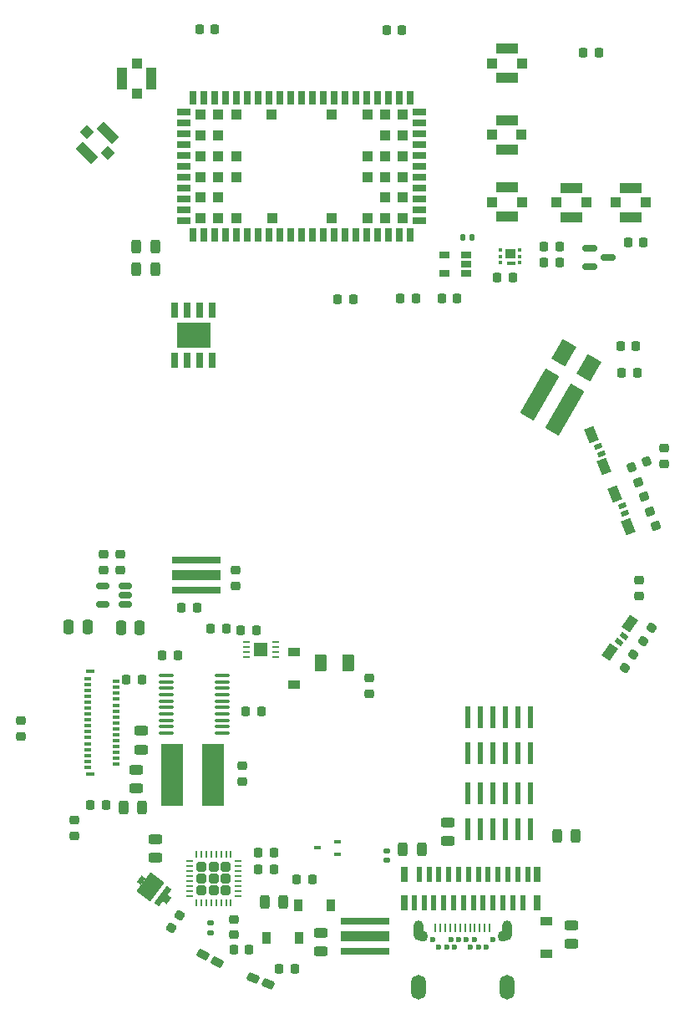
<source format=gbr>
G04 #@! TF.GenerationSoftware,KiCad,Pcbnew,8.0.8+dfsg-1*
G04 #@! TF.CreationDate,2025-03-16T16:58:16-04:00*
G04 #@! TF.ProjectId,RUST_Motherboard,52555354-5f4d-46f7-9468-6572626f6172,rev?*
G04 #@! TF.SameCoordinates,Original*
G04 #@! TF.FileFunction,Paste,Top*
G04 #@! TF.FilePolarity,Positive*
%FSLAX46Y46*%
G04 Gerber Fmt 4.6, Leading zero omitted, Abs format (unit mm)*
G04 Created by KiCad (PCBNEW 8.0.8+dfsg-1) date 2025-03-16 16:58:16*
%MOMM*%
%LPD*%
G01*
G04 APERTURE LIST*
G04 Aperture macros list*
%AMRoundRect*
0 Rectangle with rounded corners*
0 $1 Rounding radius*
0 $2 $3 $4 $5 $6 $7 $8 $9 X,Y pos of 4 corners*
0 Add a 4 corners polygon primitive as box body*
4,1,4,$2,$3,$4,$5,$6,$7,$8,$9,$2,$3,0*
0 Add four circle primitives for the rounded corners*
1,1,$1+$1,$2,$3*
1,1,$1+$1,$4,$5*
1,1,$1+$1,$6,$7*
1,1,$1+$1,$8,$9*
0 Add four rect primitives between the rounded corners*
20,1,$1+$1,$2,$3,$4,$5,0*
20,1,$1+$1,$4,$5,$6,$7,0*
20,1,$1+$1,$6,$7,$8,$9,0*
20,1,$1+$1,$8,$9,$2,$3,0*%
%AMRotRect*
0 Rectangle, with rotation*
0 The origin of the aperture is its center*
0 $1 length*
0 $2 width*
0 $3 Rotation angle, in degrees counterclockwise*
0 Add horizontal line*
21,1,$1,$2,0,0,$3*%
G04 Aperture macros list end*
%ADD10C,0.010000*%
%ADD11RoundRect,0.147500X0.172500X-0.147500X0.172500X0.147500X-0.172500X0.147500X-0.172500X-0.147500X0*%
%ADD12RoundRect,0.225000X-0.225000X-0.250000X0.225000X-0.250000X0.225000X0.250000X-0.225000X0.250000X0*%
%ADD13RoundRect,0.218750X-0.218750X-0.256250X0.218750X-0.256250X0.218750X0.256250X-0.218750X0.256250X0*%
%ADD14R,0.600000X2.250000*%
%ADD15R,0.800000X1.600000*%
%ADD16R,0.600000X1.600000*%
%ADD17R,1.200000X0.900000*%
%ADD18RoundRect,0.243750X-0.243750X-0.456250X0.243750X-0.456250X0.243750X0.456250X-0.243750X0.456250X0*%
%ADD19RoundRect,0.243750X0.456250X-0.243750X0.456250X0.243750X-0.456250X0.243750X-0.456250X-0.243750X0*%
%ADD20RoundRect,0.243750X0.243750X0.456250X-0.243750X0.456250X-0.243750X-0.456250X0.243750X-0.456250X0*%
%ADD21RoundRect,0.225000X0.225000X0.250000X-0.225000X0.250000X-0.225000X-0.250000X0.225000X-0.250000X0*%
%ADD22RoundRect,0.212500X-0.449585X-0.055039X0.297279X-0.341733X0.449585X0.055039X-0.297279X0.341733X0*%
%ADD23RoundRect,0.218750X-0.256250X0.218750X-0.256250X-0.218750X0.256250X-0.218750X0.256250X0.218750X0*%
%ADD24R,1.360000X1.460000*%
%ADD25R,0.750000X0.280000*%
%ADD26R,0.280000X0.890000*%
%ADD27C,0.600000*%
%ADD28O,1.000000X2.000000*%
%ADD29O,1.500000X2.500000*%
%ADD30C,1.100000*%
%ADD31R,0.750000X1.450000*%
%ADD32R,1.450000X0.750000*%
%ADD33R,1.050000X1.050000*%
%ADD34RoundRect,0.218750X0.256250X-0.218750X0.256250X0.218750X-0.256250X0.218750X-0.256250X-0.218750X0*%
%ADD35RoundRect,0.218750X-0.319536X0.106829X-0.155646X-0.298814X0.319536X-0.106829X0.155646X0.298814X0*%
%ADD36RoundRect,0.218750X0.084438X-0.326168X0.335378X0.032211X-0.084438X0.326168X-0.335378X-0.032211X0*%
%ADD37RoundRect,0.218750X-0.084438X0.326168X-0.335378X-0.032211X0.084438X-0.326168X0.335378X0.032211X0*%
%ADD38RoundRect,0.218750X0.218750X0.256250X-0.218750X0.256250X-0.218750X-0.256250X0.218750X-0.256250X0*%
%ADD39RoundRect,0.218750X0.319536X-0.106829X0.155646X0.298814X-0.319536X0.106829X-0.155646X-0.298814X0*%
%ADD40RoundRect,0.147500X-0.147500X-0.172500X0.147500X-0.172500X0.147500X0.172500X-0.147500X0.172500X0*%
%ADD41R,0.450000X0.400000*%
%ADD42R,1.000000X1.000000*%
%ADD43R,1.050000X2.200000*%
%ADD44RotRect,1.000000X1.000000X45.000000*%
%ADD45RotRect,1.050000X2.200000X45.000000*%
%ADD46RoundRect,0.212500X-0.452942X0.000162X0.253416X-0.375415X0.452942X-0.000162X-0.253416X0.375415X0*%
%ADD47R,5.000000X0.700000*%
%ADD48R,5.000000X1.000000*%
%ADD49RoundRect,0.218750X-0.106829X-0.319536X0.298814X-0.155646X0.106829X0.319536X-0.298814X0.155646X0*%
%ADD50R,1.060000X0.650000*%
%ADD51RoundRect,0.243750X-0.456250X0.243750X-0.456250X-0.243750X0.456250X-0.243750X0.456250X0.243750X0*%
%ADD52R,0.700000X0.450000*%
%ADD53R,2.200000X6.300000*%
%ADD54R,2.200000X1.050000*%
%ADD55RoundRect,0.218750X0.101392X-0.321302X0.333232X0.049719X-0.101392X0.321302X-0.333232X-0.049719X0*%
%ADD56RotRect,0.800000X0.500000X53.000000*%
%ADD57RotRect,2.400000X1.750000X53.000000*%
%ADD58RotRect,2.150000X0.600000X53.000000*%
%ADD59RoundRect,0.150000X-0.587500X-0.150000X0.587500X-0.150000X0.587500X0.150000X-0.587500X0.150000X0*%
%ADD60R,0.950000X0.400000*%
%ADD61R,0.800000X0.300000*%
%ADD62R,0.650000X0.300000*%
%ADD63RoundRect,0.250000X-0.375000X-0.625000X0.375000X-0.625000X0.375000X0.625000X-0.375000X0.625000X0*%
%ADD64R,0.800000X1.500000*%
%ADD65R,3.500000X2.610000*%
%ADD66RoundRect,0.147500X-0.172500X0.147500X-0.172500X-0.147500X0.172500X-0.147500X0.172500X0.147500X0*%
%ADD67RoundRect,0.225000X-0.250000X0.225000X-0.250000X-0.225000X0.250000X-0.225000X0.250000X0.225000X0*%
%ADD68RotRect,1.600000X5.200000X330.000000*%
%ADD69RotRect,1.600000X2.300000X330.000000*%
%ADD70RoundRect,0.245000X0.245000X0.245000X-0.245000X0.245000X-0.245000X-0.245000X0.245000X-0.245000X0*%
%ADD71RoundRect,0.062500X0.312500X0.062500X-0.312500X0.062500X-0.312500X-0.062500X0.312500X-0.062500X0*%
%ADD72RoundRect,0.062500X0.062500X0.312500X-0.062500X0.312500X-0.062500X-0.312500X0.062500X-0.312500X0*%
%ADD73RoundRect,0.250000X-0.250000X-0.475000X0.250000X-0.475000X0.250000X0.475000X-0.250000X0.475000X0*%
%ADD74RoundRect,0.250000X0.250000X0.475000X-0.250000X0.475000X-0.250000X-0.475000X0.250000X-0.475000X0*%
%ADD75RoundRect,0.150000X0.512500X0.150000X-0.512500X0.150000X-0.512500X-0.150000X0.512500X-0.150000X0*%
%ADD76RoundRect,0.100000X0.637500X0.100000X-0.637500X0.100000X-0.637500X-0.100000X0.637500X-0.100000X0*%
%ADD77RotRect,0.500000X0.800000X112.000000*%
%ADD78RotRect,1.500000X1.000000X112.000000*%
%ADD79R,0.900000X1.200000*%
%ADD80RotRect,0.500000X0.800000X55.000000*%
%ADD81RotRect,1.500000X1.000000X55.000000*%
G04 APERTURE END LIST*
D10*
X164702617Y-78242569D02*
X164705226Y-78242774D01*
X164707822Y-78243116D01*
X164710396Y-78243593D01*
X164712941Y-78244204D01*
X164715451Y-78244947D01*
X164717918Y-78245821D01*
X164720337Y-78246823D01*
X164722700Y-78247950D01*
X164725000Y-78249199D01*
X164727232Y-78250566D01*
X164729389Y-78252049D01*
X164731466Y-78253643D01*
X164733457Y-78255343D01*
X164735355Y-78257145D01*
X164737157Y-78259043D01*
X164738857Y-78261034D01*
X164740451Y-78263111D01*
X164741934Y-78265268D01*
X164743301Y-78267500D01*
X164744550Y-78269800D01*
X164745677Y-78272163D01*
X164746679Y-78274582D01*
X164747553Y-78277049D01*
X164748296Y-78279559D01*
X164748907Y-78282104D01*
X164749384Y-78284678D01*
X164749726Y-78287274D01*
X164749931Y-78289883D01*
X164750000Y-78292500D01*
X164750000Y-79052500D01*
X164749931Y-79055117D01*
X164749726Y-79057726D01*
X164749384Y-79060322D01*
X164748907Y-79062896D01*
X164748296Y-79065441D01*
X164747553Y-79067951D01*
X164746679Y-79070418D01*
X164745677Y-79072837D01*
X164744550Y-79075200D01*
X164743301Y-79077500D01*
X164741934Y-79079732D01*
X164740451Y-79081889D01*
X164738857Y-79083966D01*
X164737157Y-79085957D01*
X164735355Y-79087855D01*
X164733457Y-79089657D01*
X164731466Y-79091357D01*
X164729389Y-79092951D01*
X164727232Y-79094434D01*
X164725000Y-79095801D01*
X164722700Y-79097050D01*
X164720337Y-79098177D01*
X164717918Y-79099179D01*
X164715451Y-79100053D01*
X164712941Y-79100796D01*
X164710396Y-79101407D01*
X164707822Y-79101884D01*
X164705226Y-79102226D01*
X164702617Y-79102431D01*
X164700000Y-79102500D01*
X163900000Y-79102500D01*
X163897383Y-79102431D01*
X163894774Y-79102226D01*
X163892178Y-79101884D01*
X163889604Y-79101407D01*
X163887059Y-79100796D01*
X163884549Y-79100053D01*
X163882082Y-79099179D01*
X163879663Y-79098177D01*
X163877300Y-79097050D01*
X163875000Y-79095801D01*
X163872768Y-79094434D01*
X163870611Y-79092951D01*
X163868534Y-79091357D01*
X163866543Y-79089657D01*
X163864645Y-79087855D01*
X163862843Y-79085957D01*
X163861143Y-79083966D01*
X163859549Y-79081889D01*
X163858066Y-79079732D01*
X163856699Y-79077500D01*
X163855450Y-79075200D01*
X163854323Y-79072837D01*
X163853321Y-79070418D01*
X163852447Y-79067951D01*
X163851704Y-79065441D01*
X163851093Y-79062896D01*
X163850616Y-79060322D01*
X163850274Y-79057726D01*
X163850069Y-79055117D01*
X163850000Y-79052500D01*
X163850000Y-78292500D01*
X163850069Y-78289883D01*
X163850274Y-78287274D01*
X163850616Y-78284678D01*
X163851093Y-78282104D01*
X163851704Y-78279559D01*
X163852447Y-78277049D01*
X163853321Y-78274582D01*
X163854323Y-78272163D01*
X163855450Y-78269800D01*
X163856699Y-78267500D01*
X163858066Y-78265268D01*
X163859549Y-78263111D01*
X163861143Y-78261034D01*
X163862843Y-78259043D01*
X163864645Y-78257145D01*
X163866543Y-78255343D01*
X163868534Y-78253643D01*
X163870611Y-78252049D01*
X163872768Y-78250566D01*
X163875000Y-78249199D01*
X163877300Y-78247950D01*
X163879663Y-78246823D01*
X163882082Y-78245821D01*
X163884549Y-78244947D01*
X163887059Y-78244204D01*
X163889604Y-78243593D01*
X163892178Y-78243116D01*
X163894774Y-78242774D01*
X163897383Y-78242569D01*
X163900000Y-78242500D01*
X164700000Y-78242500D01*
X164702617Y-78242569D01*
G36*
X164702617Y-78242569D02*
G01*
X164705226Y-78242774D01*
X164707822Y-78243116D01*
X164710396Y-78243593D01*
X164712941Y-78244204D01*
X164715451Y-78244947D01*
X164717918Y-78245821D01*
X164720337Y-78246823D01*
X164722700Y-78247950D01*
X164725000Y-78249199D01*
X164727232Y-78250566D01*
X164729389Y-78252049D01*
X164731466Y-78253643D01*
X164733457Y-78255343D01*
X164735355Y-78257145D01*
X164737157Y-78259043D01*
X164738857Y-78261034D01*
X164740451Y-78263111D01*
X164741934Y-78265268D01*
X164743301Y-78267500D01*
X164744550Y-78269800D01*
X164745677Y-78272163D01*
X164746679Y-78274582D01*
X164747553Y-78277049D01*
X164748296Y-78279559D01*
X164748907Y-78282104D01*
X164749384Y-78284678D01*
X164749726Y-78287274D01*
X164749931Y-78289883D01*
X164750000Y-78292500D01*
X164750000Y-79052500D01*
X164749931Y-79055117D01*
X164749726Y-79057726D01*
X164749384Y-79060322D01*
X164748907Y-79062896D01*
X164748296Y-79065441D01*
X164747553Y-79067951D01*
X164746679Y-79070418D01*
X164745677Y-79072837D01*
X164744550Y-79075200D01*
X164743301Y-79077500D01*
X164741934Y-79079732D01*
X164740451Y-79081889D01*
X164738857Y-79083966D01*
X164737157Y-79085957D01*
X164735355Y-79087855D01*
X164733457Y-79089657D01*
X164731466Y-79091357D01*
X164729389Y-79092951D01*
X164727232Y-79094434D01*
X164725000Y-79095801D01*
X164722700Y-79097050D01*
X164720337Y-79098177D01*
X164717918Y-79099179D01*
X164715451Y-79100053D01*
X164712941Y-79100796D01*
X164710396Y-79101407D01*
X164707822Y-79101884D01*
X164705226Y-79102226D01*
X164702617Y-79102431D01*
X164700000Y-79102500D01*
X163900000Y-79102500D01*
X163897383Y-79102431D01*
X163894774Y-79102226D01*
X163892178Y-79101884D01*
X163889604Y-79101407D01*
X163887059Y-79100796D01*
X163884549Y-79100053D01*
X163882082Y-79099179D01*
X163879663Y-79098177D01*
X163877300Y-79097050D01*
X163875000Y-79095801D01*
X163872768Y-79094434D01*
X163870611Y-79092951D01*
X163868534Y-79091357D01*
X163866543Y-79089657D01*
X163864645Y-79087855D01*
X163862843Y-79085957D01*
X163861143Y-79083966D01*
X163859549Y-79081889D01*
X163858066Y-79079732D01*
X163856699Y-79077500D01*
X163855450Y-79075200D01*
X163854323Y-79072837D01*
X163853321Y-79070418D01*
X163852447Y-79067951D01*
X163851704Y-79065441D01*
X163851093Y-79062896D01*
X163850616Y-79060322D01*
X163850274Y-79057726D01*
X163850069Y-79055117D01*
X163850000Y-79052500D01*
X163850000Y-78292500D01*
X163850069Y-78289883D01*
X163850274Y-78287274D01*
X163850616Y-78284678D01*
X163851093Y-78282104D01*
X163851704Y-78279559D01*
X163852447Y-78277049D01*
X163853321Y-78274582D01*
X163854323Y-78272163D01*
X163855450Y-78269800D01*
X163856699Y-78267500D01*
X163858066Y-78265268D01*
X163859549Y-78263111D01*
X163861143Y-78261034D01*
X163862843Y-78259043D01*
X163864645Y-78257145D01*
X163866543Y-78255343D01*
X163868534Y-78253643D01*
X163870611Y-78252049D01*
X163872768Y-78250566D01*
X163875000Y-78249199D01*
X163877300Y-78247950D01*
X163879663Y-78246823D01*
X163882082Y-78245821D01*
X163884549Y-78244947D01*
X163887059Y-78244204D01*
X163889604Y-78243593D01*
X163892178Y-78243116D01*
X163894774Y-78242774D01*
X163897383Y-78242569D01*
X163900000Y-78242500D01*
X164700000Y-78242500D01*
X164702617Y-78242569D01*
G37*
X164697617Y-79502569D02*
X164700226Y-79502774D01*
X164702822Y-79503116D01*
X164705396Y-79503593D01*
X164707941Y-79504204D01*
X164710451Y-79504947D01*
X164712918Y-79505821D01*
X164715337Y-79506823D01*
X164717700Y-79507950D01*
X164720000Y-79509199D01*
X164722232Y-79510566D01*
X164724389Y-79512049D01*
X164726466Y-79513643D01*
X164728457Y-79515343D01*
X164730355Y-79517145D01*
X164732157Y-79519043D01*
X164733857Y-79521034D01*
X164735451Y-79523111D01*
X164736934Y-79525268D01*
X164738301Y-79527500D01*
X164739550Y-79529800D01*
X164740677Y-79532163D01*
X164741679Y-79534582D01*
X164742553Y-79537049D01*
X164743296Y-79539559D01*
X164743907Y-79542104D01*
X164744384Y-79544678D01*
X164744726Y-79547274D01*
X164744931Y-79549883D01*
X164745000Y-79552500D01*
X164745000Y-79742500D01*
X164744931Y-79745117D01*
X164744726Y-79747726D01*
X164744384Y-79750322D01*
X164743907Y-79752896D01*
X164743296Y-79755441D01*
X164742553Y-79757951D01*
X164741679Y-79760418D01*
X164740677Y-79762837D01*
X164739550Y-79765200D01*
X164738301Y-79767500D01*
X164736934Y-79769732D01*
X164735451Y-79771889D01*
X164733857Y-79773966D01*
X164732157Y-79775957D01*
X164730355Y-79777855D01*
X164728457Y-79779657D01*
X164726466Y-79781357D01*
X164724389Y-79782951D01*
X164722232Y-79784434D01*
X164720000Y-79785801D01*
X164717700Y-79787050D01*
X164715337Y-79788177D01*
X164712918Y-79789179D01*
X164710451Y-79790053D01*
X164707941Y-79790796D01*
X164705396Y-79791407D01*
X164702822Y-79791884D01*
X164700226Y-79792226D01*
X164697617Y-79792431D01*
X164695000Y-79792500D01*
X164095000Y-79792500D01*
X164092383Y-79792431D01*
X164089774Y-79792226D01*
X164087178Y-79791884D01*
X164084604Y-79791407D01*
X164082059Y-79790796D01*
X164079549Y-79790053D01*
X164077082Y-79789179D01*
X164074663Y-79788177D01*
X164072300Y-79787050D01*
X164070000Y-79785801D01*
X164067768Y-79784434D01*
X164065611Y-79782951D01*
X164063534Y-79781357D01*
X164061543Y-79779657D01*
X164059645Y-79777855D01*
X164057843Y-79775957D01*
X164056143Y-79773966D01*
X164054549Y-79771889D01*
X164053066Y-79769732D01*
X164051699Y-79767500D01*
X164050450Y-79765200D01*
X164049323Y-79762837D01*
X164048321Y-79760418D01*
X164047447Y-79757951D01*
X164046704Y-79755441D01*
X164046093Y-79752896D01*
X164045616Y-79750322D01*
X164045274Y-79747726D01*
X164045069Y-79745117D01*
X164045000Y-79742500D01*
X164045000Y-79552500D01*
X164045069Y-79549883D01*
X164045274Y-79547274D01*
X164045616Y-79544678D01*
X164046093Y-79542104D01*
X164046704Y-79539559D01*
X164047447Y-79537049D01*
X164048321Y-79534582D01*
X164049323Y-79532163D01*
X164050450Y-79529800D01*
X164051699Y-79527500D01*
X164053066Y-79525268D01*
X164054549Y-79523111D01*
X164056143Y-79521034D01*
X164057843Y-79519043D01*
X164059645Y-79517145D01*
X164061543Y-79515343D01*
X164063534Y-79513643D01*
X164065611Y-79512049D01*
X164067768Y-79510566D01*
X164070000Y-79509199D01*
X164072300Y-79507950D01*
X164074663Y-79506823D01*
X164077082Y-79505821D01*
X164079549Y-79504947D01*
X164082059Y-79504204D01*
X164084604Y-79503593D01*
X164087178Y-79503116D01*
X164089774Y-79502774D01*
X164092383Y-79502569D01*
X164095000Y-79502500D01*
X164695000Y-79502500D01*
X164697617Y-79502569D01*
G36*
X164697617Y-79502569D02*
G01*
X164700226Y-79502774D01*
X164702822Y-79503116D01*
X164705396Y-79503593D01*
X164707941Y-79504204D01*
X164710451Y-79504947D01*
X164712918Y-79505821D01*
X164715337Y-79506823D01*
X164717700Y-79507950D01*
X164720000Y-79509199D01*
X164722232Y-79510566D01*
X164724389Y-79512049D01*
X164726466Y-79513643D01*
X164728457Y-79515343D01*
X164730355Y-79517145D01*
X164732157Y-79519043D01*
X164733857Y-79521034D01*
X164735451Y-79523111D01*
X164736934Y-79525268D01*
X164738301Y-79527500D01*
X164739550Y-79529800D01*
X164740677Y-79532163D01*
X164741679Y-79534582D01*
X164742553Y-79537049D01*
X164743296Y-79539559D01*
X164743907Y-79542104D01*
X164744384Y-79544678D01*
X164744726Y-79547274D01*
X164744931Y-79549883D01*
X164745000Y-79552500D01*
X164745000Y-79742500D01*
X164744931Y-79745117D01*
X164744726Y-79747726D01*
X164744384Y-79750322D01*
X164743907Y-79752896D01*
X164743296Y-79755441D01*
X164742553Y-79757951D01*
X164741679Y-79760418D01*
X164740677Y-79762837D01*
X164739550Y-79765200D01*
X164738301Y-79767500D01*
X164736934Y-79769732D01*
X164735451Y-79771889D01*
X164733857Y-79773966D01*
X164732157Y-79775957D01*
X164730355Y-79777855D01*
X164728457Y-79779657D01*
X164726466Y-79781357D01*
X164724389Y-79782951D01*
X164722232Y-79784434D01*
X164720000Y-79785801D01*
X164717700Y-79787050D01*
X164715337Y-79788177D01*
X164712918Y-79789179D01*
X164710451Y-79790053D01*
X164707941Y-79790796D01*
X164705396Y-79791407D01*
X164702822Y-79791884D01*
X164700226Y-79792226D01*
X164697617Y-79792431D01*
X164695000Y-79792500D01*
X164095000Y-79792500D01*
X164092383Y-79792431D01*
X164089774Y-79792226D01*
X164087178Y-79791884D01*
X164084604Y-79791407D01*
X164082059Y-79790796D01*
X164079549Y-79790053D01*
X164077082Y-79789179D01*
X164074663Y-79788177D01*
X164072300Y-79787050D01*
X164070000Y-79785801D01*
X164067768Y-79784434D01*
X164065611Y-79782951D01*
X164063534Y-79781357D01*
X164061543Y-79779657D01*
X164059645Y-79777855D01*
X164057843Y-79775957D01*
X164056143Y-79773966D01*
X164054549Y-79771889D01*
X164053066Y-79769732D01*
X164051699Y-79767500D01*
X164050450Y-79765200D01*
X164049323Y-79762837D01*
X164048321Y-79760418D01*
X164047447Y-79757951D01*
X164046704Y-79755441D01*
X164046093Y-79752896D01*
X164045616Y-79750322D01*
X164045274Y-79747726D01*
X164045069Y-79745117D01*
X164045000Y-79742500D01*
X164045000Y-79552500D01*
X164045069Y-79549883D01*
X164045274Y-79547274D01*
X164045616Y-79544678D01*
X164046093Y-79542104D01*
X164046704Y-79539559D01*
X164047447Y-79537049D01*
X164048321Y-79534582D01*
X164049323Y-79532163D01*
X164050450Y-79529800D01*
X164051699Y-79527500D01*
X164053066Y-79525268D01*
X164054549Y-79523111D01*
X164056143Y-79521034D01*
X164057843Y-79519043D01*
X164059645Y-79517145D01*
X164061543Y-79515343D01*
X164063534Y-79513643D01*
X164065611Y-79512049D01*
X164067768Y-79510566D01*
X164070000Y-79509199D01*
X164072300Y-79507950D01*
X164074663Y-79506823D01*
X164077082Y-79505821D01*
X164079549Y-79504947D01*
X164082059Y-79504204D01*
X164084604Y-79503593D01*
X164087178Y-79503116D01*
X164089774Y-79502774D01*
X164092383Y-79502569D01*
X164095000Y-79502500D01*
X164695000Y-79502500D01*
X164697617Y-79502569D01*
G37*
D11*
X151800000Y-140185000D03*
X151800000Y-139215000D03*
D12*
X146850000Y-83350000D03*
X148400000Y-83350000D03*
D13*
X167732500Y-79660000D03*
X169307500Y-79660000D03*
D12*
X171740000Y-58400000D03*
X173290000Y-58400000D03*
D13*
X151802500Y-56040000D03*
X153377500Y-56040000D03*
D14*
X160025000Y-137000000D03*
X160025000Y-133400000D03*
X161300000Y-137000000D03*
X161295000Y-133400000D03*
X162565000Y-137000000D03*
X162565000Y-133400000D03*
X163835000Y-137000000D03*
X163835000Y-133400000D03*
X165105000Y-137000000D03*
X165105000Y-133400000D03*
X166375000Y-137000000D03*
X166375000Y-133400000D03*
D15*
X167100000Y-144500000D03*
X167100000Y-141600000D03*
X153600000Y-144500000D03*
X153600000Y-141600000D03*
D16*
X154600000Y-144500000D03*
X155100000Y-141600000D03*
X155600000Y-144500000D03*
X156100000Y-141600000D03*
X156600000Y-144500000D03*
X157100000Y-141600000D03*
X157600000Y-144500000D03*
X158100000Y-141600000D03*
X158600000Y-144500000D03*
X159100000Y-141600000D03*
X159600000Y-144500000D03*
X160100000Y-141600000D03*
X160600000Y-144500000D03*
X161100000Y-141600000D03*
X161600000Y-144500000D03*
X162100000Y-141600000D03*
X162600000Y-144500000D03*
X163100000Y-141600000D03*
X163600000Y-144500000D03*
X164100000Y-141600000D03*
X164600000Y-144500000D03*
X165100000Y-141600000D03*
X165600000Y-144500000D03*
X166100000Y-141600000D03*
D17*
X168000000Y-149670000D03*
X168000000Y-146370000D03*
D18*
X169062500Y-137700000D03*
X170937500Y-137700000D03*
D19*
X158000000Y-138237500D03*
X158000000Y-136362500D03*
D20*
X155337500Y-139020000D03*
X153462500Y-139020000D03*
D18*
X139462500Y-144400000D03*
X141337500Y-144400000D03*
D19*
X128400000Y-139937500D03*
X128400000Y-138062500D03*
D21*
X134390000Y-56000000D03*
X132840000Y-56000000D03*
D13*
X131012500Y-114600000D03*
X132587500Y-114600000D03*
D22*
X138241466Y-152108826D03*
X139758534Y-152691174D03*
D23*
X137200000Y-130612500D03*
X137200000Y-132187500D03*
D24*
X139060000Y-118800000D03*
D25*
X137560000Y-118050000D03*
X137560000Y-118550000D03*
X137560000Y-119050000D03*
X137560000Y-119550000D03*
X140560000Y-119550000D03*
X140560000Y-119050000D03*
X140560000Y-118550000D03*
X140560000Y-118050000D03*
D17*
X142450000Y-122350000D03*
X142450000Y-119050000D03*
D26*
X156750000Y-147025000D03*
X157250000Y-147025000D03*
X157750000Y-147025000D03*
X158250000Y-147025000D03*
X158750000Y-147025000D03*
X159250000Y-147025000D03*
X159750000Y-147025000D03*
X160250000Y-147025000D03*
X160750000Y-147025000D03*
X161250000Y-147025000D03*
X161750000Y-147025000D03*
X162250000Y-147025000D03*
D27*
X162550000Y-148230000D03*
X161900000Y-148930000D03*
X161100000Y-148930000D03*
X160700000Y-148230000D03*
X160300000Y-148930000D03*
X159900000Y-148230000D03*
X159100000Y-148230000D03*
X158700000Y-148930000D03*
X158300000Y-148230000D03*
X157900000Y-148930000D03*
X157100000Y-148930000D03*
X156450000Y-148230000D03*
D28*
X155000000Y-147280000D03*
D29*
X155000000Y-153030000D03*
D30*
X155450000Y-147830000D03*
X163550000Y-147830000D03*
D28*
X164000000Y-147280000D03*
D29*
X164000000Y-153030000D03*
D31*
X132200000Y-76850000D03*
X133300000Y-76850000D03*
X134400000Y-76850000D03*
X135500000Y-76850000D03*
X136600000Y-76850000D03*
X137700000Y-76850000D03*
X138800000Y-76850000D03*
X139900000Y-76850000D03*
X141000000Y-76850000D03*
X142100000Y-76850000D03*
X143200000Y-76850000D03*
X144300000Y-76850000D03*
X145400000Y-76850000D03*
X146500000Y-76850000D03*
X147600000Y-76850000D03*
X148700000Y-76850000D03*
X149800000Y-76850000D03*
X150900000Y-76850000D03*
X152000000Y-76850000D03*
X153100000Y-76850000D03*
X154200000Y-76850000D03*
D32*
X155150000Y-75400000D03*
X155150000Y-74300000D03*
X155150000Y-73200000D03*
X155150000Y-72100000D03*
X155150000Y-71000000D03*
X155150000Y-69900000D03*
X155150000Y-68800000D03*
X155150000Y-67700000D03*
X155150000Y-66600000D03*
X155150000Y-65500000D03*
X155150000Y-64400000D03*
D31*
X154200000Y-62950000D03*
X153100000Y-62950000D03*
X152000000Y-62950000D03*
X150900000Y-62950000D03*
X149800000Y-62950000D03*
X148700000Y-62950000D03*
X147600000Y-62950000D03*
X146500000Y-62950000D03*
X145400000Y-62950000D03*
X144300000Y-62950000D03*
X143200000Y-62950000D03*
X142100000Y-62950000D03*
X141000000Y-62950000D03*
X139900000Y-62950000D03*
X138800000Y-62950000D03*
X137700000Y-62950000D03*
X136600000Y-62950000D03*
X135500000Y-62950000D03*
X134400000Y-62950000D03*
X133300000Y-62950000D03*
X132200000Y-62950000D03*
D32*
X131250000Y-64400000D03*
X131250000Y-65500000D03*
X131250000Y-66600000D03*
X131250000Y-67700000D03*
X131250000Y-68800000D03*
X131250000Y-69900000D03*
X131250000Y-71000000D03*
X131250000Y-72100000D03*
X131250000Y-73200000D03*
X131250000Y-74300000D03*
X131250000Y-75400000D03*
D33*
X132950000Y-75150000D03*
X132950000Y-73050000D03*
X132950000Y-70950000D03*
X132950000Y-68850000D03*
X132950000Y-66750000D03*
X132950000Y-64650000D03*
X134750000Y-75150000D03*
X134750000Y-73050000D03*
X134750000Y-70950000D03*
X134750000Y-68850000D03*
X134750000Y-66750000D03*
X134750000Y-64650000D03*
X136550000Y-75150000D03*
X136550000Y-64650000D03*
X140200000Y-75150000D03*
X140150000Y-64650000D03*
X146250000Y-75150000D03*
X146200000Y-64650000D03*
X149850000Y-75150000D03*
X149850000Y-64650000D03*
X151650000Y-75150000D03*
X151650000Y-73050000D03*
X151650000Y-70950000D03*
X151650000Y-68850000D03*
X151650000Y-66750000D03*
X151650000Y-64650000D03*
X153450000Y-75150000D03*
X153450000Y-73050000D03*
X153450000Y-70950000D03*
X153450000Y-68850000D03*
X153450000Y-66750000D03*
X153450000Y-64650000D03*
X136550000Y-70950000D03*
X136550000Y-68850000D03*
X149850000Y-70950000D03*
X149850000Y-68850000D03*
D23*
X179900000Y-98412500D03*
X179900000Y-99987500D03*
D34*
X177350000Y-113362500D03*
X177350000Y-111787500D03*
D35*
X177304997Y-101869843D03*
X177895003Y-103330157D03*
D36*
X177798309Y-117945082D03*
X178701691Y-116654918D03*
D37*
X176826691Y-119354918D03*
X175923309Y-120645082D03*
D38*
X177845000Y-77610000D03*
X176270000Y-77610000D03*
D39*
X179120003Y-106330157D03*
X178529997Y-104869843D03*
D38*
X154762500Y-83275000D03*
X153187500Y-83275000D03*
D13*
X137012500Y-116900000D03*
X138587500Y-116900000D03*
X133952500Y-116740000D03*
X135527500Y-116740000D03*
D40*
X159515000Y-77070000D03*
X160485000Y-77070000D03*
D38*
X137887500Y-149250000D03*
X136312500Y-149250000D03*
X142487500Y-151200000D03*
X140912500Y-151200000D03*
D23*
X136500000Y-110812500D03*
X136500000Y-112387500D03*
D41*
X163325000Y-78347500D03*
X163325000Y-78997500D03*
X163325000Y-79647500D03*
X165275000Y-79647500D03*
X165275000Y-78997500D03*
X165275000Y-78347500D03*
D42*
X126500000Y-62500000D03*
D43*
X125025000Y-61000000D03*
X127975000Y-61000000D03*
D42*
X126500000Y-59500000D03*
D44*
X123560660Y-68560660D03*
D45*
X121457017Y-68542983D03*
X123542983Y-66457017D03*
D44*
X121439340Y-66439340D03*
D46*
X133178959Y-149718554D03*
X134613749Y-150481446D03*
D47*
X132500000Y-112800000D03*
D48*
X132500000Y-111300000D03*
D47*
X132500000Y-109800000D03*
D19*
X145100000Y-149377500D03*
X145100000Y-147502500D03*
D13*
X175612500Y-90800000D03*
X177187500Y-90800000D03*
D49*
X176669843Y-100395003D03*
X178130157Y-99804997D03*
D13*
X163012500Y-81150000D03*
X164587500Y-81150000D03*
D38*
X158975000Y-83250000D03*
X157400000Y-83250000D03*
D50*
X159875000Y-80750000D03*
X159875000Y-79800000D03*
X159875000Y-78850000D03*
X157675000Y-78850000D03*
X157675000Y-80750000D03*
D38*
X169327500Y-78040000D03*
X167752500Y-78040000D03*
D51*
X170550000Y-146782500D03*
X170550000Y-148657500D03*
D52*
X146800000Y-139550000D03*
X146800000Y-138250000D03*
X144800000Y-138900000D03*
D53*
X130100000Y-131500000D03*
X134200000Y-131500000D03*
D42*
X162510000Y-59440000D03*
D54*
X164010000Y-57965000D03*
X164010000Y-60915000D03*
D42*
X165510000Y-59440000D03*
X162490000Y-66680000D03*
D54*
X163990000Y-65205000D03*
X163990000Y-68155000D03*
D42*
X165490000Y-66680000D03*
X169040000Y-73530000D03*
D54*
X170540000Y-72055000D03*
X170540000Y-75005000D03*
D42*
X172040000Y-73530000D03*
D20*
X128337500Y-80300000D03*
X126462500Y-80300000D03*
D55*
X129956618Y-147038913D03*
X130791240Y-145703237D03*
D42*
X162500000Y-73500000D03*
D54*
X164000000Y-72025000D03*
X164000000Y-74975000D03*
D42*
X165500000Y-73500000D03*
D56*
X126931535Y-142152959D03*
D57*
X127830000Y-142830000D03*
D58*
X129107817Y-143792905D03*
D56*
X129547067Y-144123903D03*
D59*
X172382500Y-78180000D03*
X172382500Y-80080000D03*
X174257500Y-79130000D03*
D51*
X126900000Y-127062500D03*
X126900000Y-128937500D03*
X126400000Y-131000000D03*
X126400000Y-132875000D03*
D18*
X125162500Y-134850000D03*
X127037500Y-134850000D03*
D60*
X121762500Y-131450000D03*
X121762500Y-121050000D03*
D61*
X121487500Y-130750000D03*
D62*
X124362500Y-130450000D03*
D61*
X121487500Y-130150000D03*
D62*
X124362500Y-129850000D03*
D61*
X121487500Y-129550000D03*
D62*
X124362500Y-129250000D03*
D61*
X121487500Y-128950000D03*
D62*
X124362500Y-128650000D03*
D61*
X121487500Y-128350000D03*
D62*
X124362500Y-128050000D03*
D61*
X121487500Y-127750000D03*
D62*
X124362500Y-127450000D03*
D61*
X121487500Y-127150000D03*
D62*
X124362500Y-126850000D03*
D61*
X121487500Y-126550000D03*
D62*
X124362500Y-126250000D03*
D61*
X121487500Y-125950000D03*
D62*
X124362500Y-125650000D03*
D61*
X121487500Y-125350000D03*
D62*
X124362500Y-125050000D03*
D61*
X121487500Y-124750000D03*
D62*
X124362500Y-124450000D03*
D61*
X121487500Y-124150000D03*
D62*
X124362500Y-123850000D03*
D61*
X121487500Y-123550000D03*
D62*
X124362500Y-123250000D03*
D61*
X121487500Y-122950000D03*
D62*
X124362500Y-122650000D03*
D61*
X121487500Y-122350000D03*
D62*
X124362500Y-122050000D03*
D61*
X121487500Y-121750000D03*
D13*
X121762500Y-134550000D03*
X123337500Y-134550000D03*
D63*
X145100000Y-120200000D03*
X147900000Y-120200000D03*
D14*
X160025000Y-129300000D03*
X160025000Y-125700000D03*
X161300000Y-129300000D03*
X161295000Y-125700000D03*
X162565000Y-129300000D03*
X162565000Y-125700000D03*
X163835000Y-129300000D03*
X163835000Y-125700000D03*
X165105000Y-129300000D03*
X165105000Y-125700000D03*
X166375000Y-129300000D03*
X166375000Y-125700000D03*
D64*
X130345000Y-89540000D03*
X131615000Y-89540000D03*
X132885000Y-89540000D03*
X134155000Y-89540000D03*
X134155000Y-84460000D03*
X132885000Y-84460000D03*
X131615000Y-84460000D03*
X130345000Y-84460000D03*
D65*
X132250000Y-87000000D03*
D18*
X126462500Y-78050000D03*
X128337500Y-78050000D03*
D34*
X150050000Y-123287500D03*
X150050000Y-121712500D03*
D23*
X120150000Y-136112500D03*
X120150000Y-137687500D03*
D66*
X134000000Y-146515000D03*
X134000000Y-147485000D03*
D67*
X136350000Y-146125000D03*
X136350000Y-147675000D03*
D12*
X138825000Y-139400000D03*
X140375000Y-139400000D03*
X138825000Y-141100000D03*
X140375000Y-141100000D03*
D13*
X142712500Y-142100000D03*
X144287500Y-142100000D03*
D47*
X149600000Y-149350000D03*
D48*
X149600000Y-147850000D03*
D47*
X149600000Y-146350000D03*
D68*
X169892339Y-94532884D03*
D69*
X172342339Y-90289359D03*
D68*
X167294263Y-93032884D03*
D69*
X169744263Y-88789359D03*
D70*
X133060000Y-143240000D03*
X134280000Y-143240000D03*
X135500000Y-143240000D03*
X133060000Y-142020000D03*
X134280000Y-142020000D03*
X135500000Y-142020000D03*
X133060000Y-140800000D03*
X134280000Y-140800000D03*
X135500000Y-140800000D03*
D71*
X136755000Y-143770000D03*
X136755000Y-143270000D03*
X136755000Y-142770000D03*
X136755000Y-142270000D03*
X136755000Y-141770000D03*
X136755000Y-141270000D03*
X136755000Y-140770000D03*
X136755000Y-140270000D03*
D72*
X136030000Y-139545000D03*
X135530000Y-139545000D03*
X135030000Y-139545000D03*
X134530000Y-139545000D03*
X134030000Y-139545000D03*
X133530000Y-139545000D03*
X133030000Y-139545000D03*
X132530000Y-139545000D03*
D71*
X131805000Y-140270000D03*
X131805000Y-140770000D03*
X131805000Y-141270000D03*
X131805000Y-141770000D03*
X131805000Y-142270000D03*
X131805000Y-142770000D03*
X131805000Y-143270000D03*
X131805000Y-143770000D03*
D72*
X132530000Y-144495000D03*
X133030000Y-144495000D03*
X133530000Y-144495000D03*
X134030000Y-144495000D03*
X134530000Y-144495000D03*
X135030000Y-144495000D03*
X135530000Y-144495000D03*
X136030000Y-144495000D03*
D13*
X129062500Y-119450000D03*
X130637500Y-119450000D03*
D23*
X124850000Y-109162500D03*
X124850000Y-110737500D03*
D73*
X124900000Y-116600000D03*
X126800000Y-116600000D03*
D74*
X121500000Y-116500000D03*
X119600000Y-116500000D03*
D23*
X123100000Y-109162500D03*
X123100000Y-110737500D03*
D75*
X125337500Y-114250000D03*
X125337500Y-113300000D03*
X125337500Y-112350000D03*
X123062500Y-112350000D03*
X123062500Y-114250000D03*
D13*
X175512500Y-88100000D03*
X177087500Y-88100000D03*
D23*
X114750000Y-126012500D03*
X114750000Y-127587500D03*
D76*
X135172500Y-127285000D03*
X135172500Y-126635000D03*
X135172500Y-125985000D03*
X135172500Y-125335000D03*
X135172500Y-124685000D03*
X135172500Y-124035000D03*
X135172500Y-123385000D03*
X135172500Y-122735000D03*
X135172500Y-122085000D03*
X135172500Y-121435000D03*
X129447500Y-121435000D03*
X129447500Y-122085000D03*
X129447500Y-122735000D03*
X129447500Y-123385000D03*
X129447500Y-124035000D03*
X129447500Y-124685000D03*
X129447500Y-125335000D03*
X129447500Y-125985000D03*
X129447500Y-126635000D03*
X129447500Y-127285000D03*
D77*
X173250157Y-98229126D03*
X173549843Y-98970874D03*
D78*
X172531186Y-97063588D03*
X173842309Y-100308731D03*
D79*
X139650000Y-148000000D03*
X142950000Y-148000000D03*
X142850000Y-144700000D03*
X146150000Y-144700000D03*
D77*
X175685385Y-104267967D03*
X175985071Y-105009715D03*
D78*
X174966414Y-103102429D03*
X176277537Y-106347572D03*
D80*
X175839077Y-117437778D03*
X175380215Y-118093100D03*
D81*
X176425000Y-116200000D03*
X174417481Y-119067032D03*
D12*
X137545000Y-125100000D03*
X139095000Y-125100000D03*
D21*
X126975000Y-121900000D03*
X125425000Y-121900000D03*
D42*
X175050000Y-73550000D03*
D54*
X176550000Y-72075000D03*
X176550000Y-75025000D03*
D42*
X178050000Y-73550000D03*
M02*

</source>
